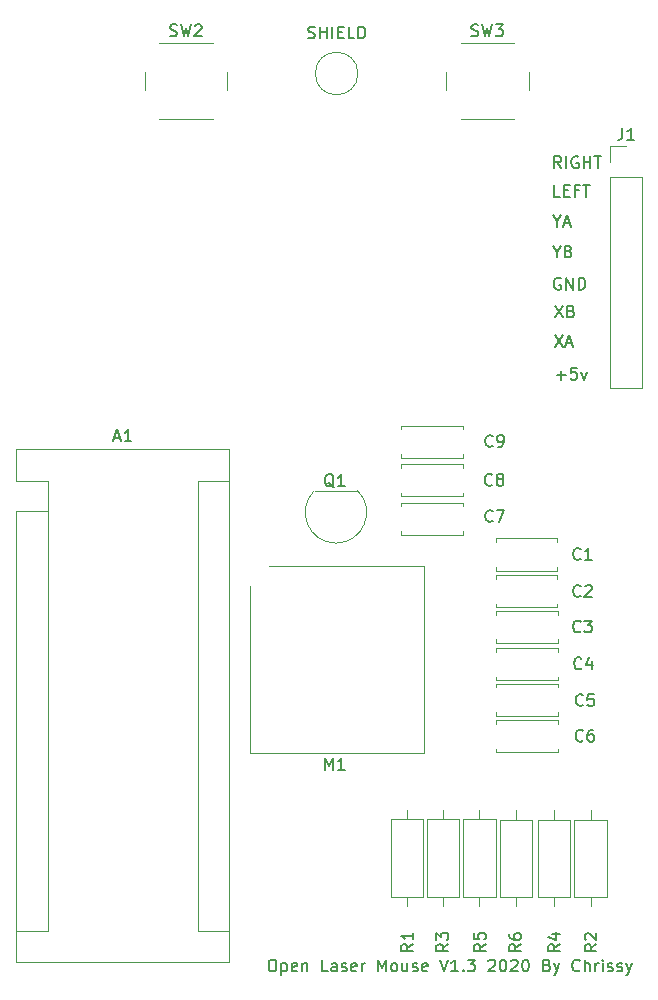
<source format=gbr>
G04 #@! TF.GenerationSoftware,KiCad,Pcbnew,(5.1.0-0)*
G04 #@! TF.CreationDate,2020-10-15T12:15:35+01:00*
G04 #@! TF.ProjectId,OpenLaserMouseTHT,4f70656e-4c61-4736-9572-4d6f75736554,rev?*
G04 #@! TF.SameCoordinates,Original*
G04 #@! TF.FileFunction,Legend,Top*
G04 #@! TF.FilePolarity,Positive*
%FSLAX46Y46*%
G04 Gerber Fmt 4.6, Leading zero omitted, Abs format (unit mm)*
G04 Created by KiCad (PCBNEW (5.1.0-0)) date 2020-10-15 12:15:35*
%MOMM*%
%LPD*%
G04 APERTURE LIST*
%ADD10C,0.150000*%
%ADD11C,0.120000*%
G04 APERTURE END LIST*
D10*
X65603738Y-43584761D02*
X65746595Y-43632380D01*
X65984690Y-43632380D01*
X66079928Y-43584761D01*
X66127547Y-43537142D01*
X66175166Y-43441904D01*
X66175166Y-43346666D01*
X66127547Y-43251428D01*
X66079928Y-43203809D01*
X65984690Y-43156190D01*
X65794214Y-43108571D01*
X65698976Y-43060952D01*
X65651357Y-43013333D01*
X65603738Y-42918095D01*
X65603738Y-42822857D01*
X65651357Y-42727619D01*
X65698976Y-42680000D01*
X65794214Y-42632380D01*
X66032309Y-42632380D01*
X66175166Y-42680000D01*
X66603738Y-43632380D02*
X66603738Y-42632380D01*
X66603738Y-43108571D02*
X67175166Y-43108571D01*
X67175166Y-43632380D02*
X67175166Y-42632380D01*
X67651357Y-43632380D02*
X67651357Y-42632380D01*
X68127547Y-43108571D02*
X68460880Y-43108571D01*
X68603738Y-43632380D02*
X68127547Y-43632380D01*
X68127547Y-42632380D01*
X68603738Y-42632380D01*
X69508500Y-43632380D02*
X69032309Y-43632380D01*
X69032309Y-42632380D01*
X69841833Y-43632380D02*
X69841833Y-42632380D01*
X70079928Y-42632380D01*
X70222785Y-42680000D01*
X70318023Y-42775238D01*
X70365642Y-42870476D01*
X70413261Y-43060952D01*
X70413261Y-43203809D01*
X70365642Y-43394285D01*
X70318023Y-43489523D01*
X70222785Y-43584761D01*
X70079928Y-43632380D01*
X69841833Y-43632380D01*
X86632095Y-72143928D02*
X87394000Y-72143928D01*
X87013047Y-72524880D02*
X87013047Y-71762976D01*
X88346380Y-71524880D02*
X87870190Y-71524880D01*
X87822571Y-72001071D01*
X87870190Y-71953452D01*
X87965428Y-71905833D01*
X88203523Y-71905833D01*
X88298761Y-71953452D01*
X88346380Y-72001071D01*
X88394000Y-72096309D01*
X88394000Y-72334404D01*
X88346380Y-72429642D01*
X88298761Y-72477261D01*
X88203523Y-72524880D01*
X87965428Y-72524880D01*
X87870190Y-72477261D01*
X87822571Y-72429642D01*
X88727333Y-71858214D02*
X88965428Y-72524880D01*
X89203523Y-71858214D01*
X86473357Y-68730880D02*
X87140023Y-69730880D01*
X87140023Y-68730880D02*
X86473357Y-69730880D01*
X87473357Y-69445166D02*
X87949547Y-69445166D01*
X87378119Y-69730880D02*
X87711452Y-68730880D01*
X88044785Y-69730880D01*
X86473357Y-66254380D02*
X87140023Y-67254380D01*
X87140023Y-66254380D02*
X86473357Y-67254380D01*
X87854309Y-66730571D02*
X87997166Y-66778190D01*
X88044785Y-66825809D01*
X88092404Y-66921047D01*
X88092404Y-67063904D01*
X88044785Y-67159142D01*
X87997166Y-67206761D01*
X87901928Y-67254380D01*
X87520976Y-67254380D01*
X87520976Y-66254380D01*
X87854309Y-66254380D01*
X87949547Y-66302000D01*
X87997166Y-66349619D01*
X88044785Y-66444857D01*
X88044785Y-66540095D01*
X87997166Y-66635333D01*
X87949547Y-66682952D01*
X87854309Y-66730571D01*
X87520976Y-66730571D01*
X86965404Y-63952500D02*
X86870166Y-63904880D01*
X86727309Y-63904880D01*
X86584452Y-63952500D01*
X86489214Y-64047738D01*
X86441595Y-64142976D01*
X86393976Y-64333452D01*
X86393976Y-64476309D01*
X86441595Y-64666785D01*
X86489214Y-64762023D01*
X86584452Y-64857261D01*
X86727309Y-64904880D01*
X86822547Y-64904880D01*
X86965404Y-64857261D01*
X87013023Y-64809642D01*
X87013023Y-64476309D01*
X86822547Y-64476309D01*
X87441595Y-64904880D02*
X87441595Y-63904880D01*
X88013023Y-64904880D01*
X88013023Y-63904880D01*
X88489214Y-64904880D02*
X88489214Y-63904880D01*
X88727309Y-63904880D01*
X88870166Y-63952500D01*
X88965404Y-64047738D01*
X89013023Y-64142976D01*
X89060642Y-64333452D01*
X89060642Y-64476309D01*
X89013023Y-64666785D01*
X88965404Y-64762023D01*
X88870166Y-64857261D01*
X88727309Y-64904880D01*
X88489214Y-64904880D01*
X86632071Y-61698190D02*
X86632071Y-62174380D01*
X86298738Y-61174380D02*
X86632071Y-61698190D01*
X86965404Y-61174380D01*
X87632071Y-61650571D02*
X87774928Y-61698190D01*
X87822547Y-61745809D01*
X87870166Y-61841047D01*
X87870166Y-61983904D01*
X87822547Y-62079142D01*
X87774928Y-62126761D01*
X87679690Y-62174380D01*
X87298738Y-62174380D01*
X87298738Y-61174380D01*
X87632071Y-61174380D01*
X87727309Y-61222000D01*
X87774928Y-61269619D01*
X87822547Y-61364857D01*
X87822547Y-61460095D01*
X87774928Y-61555333D01*
X87727309Y-61602952D01*
X87632071Y-61650571D01*
X87298738Y-61650571D01*
X86632071Y-59094690D02*
X86632071Y-59570880D01*
X86298738Y-58570880D02*
X86632071Y-59094690D01*
X86965404Y-58570880D01*
X87251119Y-59285166D02*
X87727309Y-59285166D01*
X87155880Y-59570880D02*
X87489214Y-58570880D01*
X87822547Y-59570880D01*
X86917785Y-57030880D02*
X86441595Y-57030880D01*
X86441595Y-56030880D01*
X87251119Y-56507071D02*
X87584452Y-56507071D01*
X87727309Y-57030880D02*
X87251119Y-57030880D01*
X87251119Y-56030880D01*
X87727309Y-56030880D01*
X88489214Y-56507071D02*
X88155880Y-56507071D01*
X88155880Y-57030880D02*
X88155880Y-56030880D01*
X88632071Y-56030880D01*
X88870166Y-56030880D02*
X89441595Y-56030880D01*
X89155880Y-57030880D02*
X89155880Y-56030880D01*
X87013023Y-54617880D02*
X86679690Y-54141690D01*
X86441595Y-54617880D02*
X86441595Y-53617880D01*
X86822547Y-53617880D01*
X86917785Y-53665500D01*
X86965404Y-53713119D01*
X87013023Y-53808357D01*
X87013023Y-53951214D01*
X86965404Y-54046452D01*
X86917785Y-54094071D01*
X86822547Y-54141690D01*
X86441595Y-54141690D01*
X87441595Y-54617880D02*
X87441595Y-53617880D01*
X88441595Y-53665500D02*
X88346357Y-53617880D01*
X88203500Y-53617880D01*
X88060642Y-53665500D01*
X87965404Y-53760738D01*
X87917785Y-53855976D01*
X87870166Y-54046452D01*
X87870166Y-54189309D01*
X87917785Y-54379785D01*
X87965404Y-54475023D01*
X88060642Y-54570261D01*
X88203500Y-54617880D01*
X88298738Y-54617880D01*
X88441595Y-54570261D01*
X88489214Y-54522642D01*
X88489214Y-54189309D01*
X88298738Y-54189309D01*
X88917785Y-54617880D02*
X88917785Y-53617880D01*
X88917785Y-54094071D02*
X89489214Y-54094071D01*
X89489214Y-54617880D02*
X89489214Y-53617880D01*
X89822547Y-53617880D02*
X90393976Y-53617880D01*
X90108261Y-54617880D02*
X90108261Y-53617880D01*
X62477952Y-121626380D02*
X62668428Y-121626380D01*
X62763666Y-121674000D01*
X62858904Y-121769238D01*
X62906523Y-121959714D01*
X62906523Y-122293047D01*
X62858904Y-122483523D01*
X62763666Y-122578761D01*
X62668428Y-122626380D01*
X62477952Y-122626380D01*
X62382714Y-122578761D01*
X62287476Y-122483523D01*
X62239857Y-122293047D01*
X62239857Y-121959714D01*
X62287476Y-121769238D01*
X62382714Y-121674000D01*
X62477952Y-121626380D01*
X63335095Y-121959714D02*
X63335095Y-122959714D01*
X63335095Y-122007333D02*
X63430333Y-121959714D01*
X63620809Y-121959714D01*
X63716047Y-122007333D01*
X63763666Y-122054952D01*
X63811285Y-122150190D01*
X63811285Y-122435904D01*
X63763666Y-122531142D01*
X63716047Y-122578761D01*
X63620809Y-122626380D01*
X63430333Y-122626380D01*
X63335095Y-122578761D01*
X64620809Y-122578761D02*
X64525571Y-122626380D01*
X64335095Y-122626380D01*
X64239857Y-122578761D01*
X64192238Y-122483523D01*
X64192238Y-122102571D01*
X64239857Y-122007333D01*
X64335095Y-121959714D01*
X64525571Y-121959714D01*
X64620809Y-122007333D01*
X64668428Y-122102571D01*
X64668428Y-122197809D01*
X64192238Y-122293047D01*
X65096999Y-121959714D02*
X65096999Y-122626380D01*
X65096999Y-122054952D02*
X65144619Y-122007333D01*
X65239857Y-121959714D01*
X65382714Y-121959714D01*
X65477952Y-122007333D01*
X65525571Y-122102571D01*
X65525571Y-122626380D01*
X67239857Y-122626380D02*
X66763666Y-122626380D01*
X66763666Y-121626380D01*
X68001761Y-122626380D02*
X68001761Y-122102571D01*
X67954142Y-122007333D01*
X67858904Y-121959714D01*
X67668428Y-121959714D01*
X67573190Y-122007333D01*
X68001761Y-122578761D02*
X67906523Y-122626380D01*
X67668428Y-122626380D01*
X67573190Y-122578761D01*
X67525571Y-122483523D01*
X67525571Y-122388285D01*
X67573190Y-122293047D01*
X67668428Y-122245428D01*
X67906523Y-122245428D01*
X68001761Y-122197809D01*
X68430333Y-122578761D02*
X68525571Y-122626380D01*
X68716047Y-122626380D01*
X68811285Y-122578761D01*
X68858904Y-122483523D01*
X68858904Y-122435904D01*
X68811285Y-122340666D01*
X68716047Y-122293047D01*
X68573190Y-122293047D01*
X68477952Y-122245428D01*
X68430333Y-122150190D01*
X68430333Y-122102571D01*
X68477952Y-122007333D01*
X68573190Y-121959714D01*
X68716047Y-121959714D01*
X68811285Y-122007333D01*
X69668428Y-122578761D02*
X69573190Y-122626380D01*
X69382714Y-122626380D01*
X69287476Y-122578761D01*
X69239857Y-122483523D01*
X69239857Y-122102571D01*
X69287476Y-122007333D01*
X69382714Y-121959714D01*
X69573190Y-121959714D01*
X69668428Y-122007333D01*
X69716047Y-122102571D01*
X69716047Y-122197809D01*
X69239857Y-122293047D01*
X70144619Y-122626380D02*
X70144619Y-121959714D01*
X70144619Y-122150190D02*
X70192238Y-122054952D01*
X70239857Y-122007333D01*
X70335095Y-121959714D01*
X70430333Y-121959714D01*
X71525571Y-122626380D02*
X71525571Y-121626380D01*
X71858904Y-122340666D01*
X72192238Y-121626380D01*
X72192238Y-122626380D01*
X72811285Y-122626380D02*
X72716047Y-122578761D01*
X72668428Y-122531142D01*
X72620809Y-122435904D01*
X72620809Y-122150190D01*
X72668428Y-122054952D01*
X72716047Y-122007333D01*
X72811285Y-121959714D01*
X72954142Y-121959714D01*
X73049380Y-122007333D01*
X73097000Y-122054952D01*
X73144619Y-122150190D01*
X73144619Y-122435904D01*
X73097000Y-122531142D01*
X73049380Y-122578761D01*
X72954142Y-122626380D01*
X72811285Y-122626380D01*
X74001761Y-121959714D02*
X74001761Y-122626380D01*
X73573190Y-121959714D02*
X73573190Y-122483523D01*
X73620809Y-122578761D01*
X73716047Y-122626380D01*
X73858904Y-122626380D01*
X73954142Y-122578761D01*
X74001761Y-122531142D01*
X74430333Y-122578761D02*
X74525571Y-122626380D01*
X74716047Y-122626380D01*
X74811285Y-122578761D01*
X74858904Y-122483523D01*
X74858904Y-122435904D01*
X74811285Y-122340666D01*
X74716047Y-122293047D01*
X74573190Y-122293047D01*
X74477952Y-122245428D01*
X74430333Y-122150190D01*
X74430333Y-122102571D01*
X74477952Y-122007333D01*
X74573190Y-121959714D01*
X74716047Y-121959714D01*
X74811285Y-122007333D01*
X75668428Y-122578761D02*
X75573190Y-122626380D01*
X75382714Y-122626380D01*
X75287476Y-122578761D01*
X75239857Y-122483523D01*
X75239857Y-122102571D01*
X75287476Y-122007333D01*
X75382714Y-121959714D01*
X75573190Y-121959714D01*
X75668428Y-122007333D01*
X75716047Y-122102571D01*
X75716047Y-122197809D01*
X75239857Y-122293047D01*
X76763666Y-121626380D02*
X77097000Y-122626380D01*
X77430333Y-121626380D01*
X78287476Y-122626380D02*
X77716047Y-122626380D01*
X78001761Y-122626380D02*
X78001761Y-121626380D01*
X77906523Y-121769238D01*
X77811285Y-121864476D01*
X77716047Y-121912095D01*
X78716047Y-122531142D02*
X78763666Y-122578761D01*
X78716047Y-122626380D01*
X78668428Y-122578761D01*
X78716047Y-122531142D01*
X78716047Y-122626380D01*
X79097000Y-121626380D02*
X79716047Y-121626380D01*
X79382714Y-122007333D01*
X79525571Y-122007333D01*
X79620809Y-122054952D01*
X79668428Y-122102571D01*
X79716047Y-122197809D01*
X79716047Y-122435904D01*
X79668428Y-122531142D01*
X79620809Y-122578761D01*
X79525571Y-122626380D01*
X79239857Y-122626380D01*
X79144619Y-122578761D01*
X79097000Y-122531142D01*
X80858904Y-121721619D02*
X80906523Y-121674000D01*
X81001761Y-121626380D01*
X81239857Y-121626380D01*
X81335095Y-121674000D01*
X81382714Y-121721619D01*
X81430333Y-121816857D01*
X81430333Y-121912095D01*
X81382714Y-122054952D01*
X80811285Y-122626380D01*
X81430333Y-122626380D01*
X82049380Y-121626380D02*
X82144619Y-121626380D01*
X82239857Y-121674000D01*
X82287476Y-121721619D01*
X82335095Y-121816857D01*
X82382714Y-122007333D01*
X82382714Y-122245428D01*
X82335095Y-122435904D01*
X82287476Y-122531142D01*
X82239857Y-122578761D01*
X82144619Y-122626380D01*
X82049380Y-122626380D01*
X81954142Y-122578761D01*
X81906523Y-122531142D01*
X81858904Y-122435904D01*
X81811285Y-122245428D01*
X81811285Y-122007333D01*
X81858904Y-121816857D01*
X81906523Y-121721619D01*
X81954142Y-121674000D01*
X82049380Y-121626380D01*
X82763666Y-121721619D02*
X82811285Y-121674000D01*
X82906523Y-121626380D01*
X83144619Y-121626380D01*
X83239857Y-121674000D01*
X83287476Y-121721619D01*
X83335095Y-121816857D01*
X83335095Y-121912095D01*
X83287476Y-122054952D01*
X82716047Y-122626380D01*
X83335095Y-122626380D01*
X83954142Y-121626380D02*
X84049380Y-121626380D01*
X84144619Y-121674000D01*
X84192238Y-121721619D01*
X84239857Y-121816857D01*
X84287476Y-122007333D01*
X84287476Y-122245428D01*
X84239857Y-122435904D01*
X84192238Y-122531142D01*
X84144619Y-122578761D01*
X84049380Y-122626380D01*
X83954142Y-122626380D01*
X83858904Y-122578761D01*
X83811285Y-122531142D01*
X83763666Y-122435904D01*
X83716047Y-122245428D01*
X83716047Y-122007333D01*
X83763666Y-121816857D01*
X83811285Y-121721619D01*
X83858904Y-121674000D01*
X83954142Y-121626380D01*
X85811285Y-122102571D02*
X85954142Y-122150190D01*
X86001761Y-122197809D01*
X86049380Y-122293047D01*
X86049380Y-122435904D01*
X86001761Y-122531142D01*
X85954142Y-122578761D01*
X85858904Y-122626380D01*
X85477952Y-122626380D01*
X85477952Y-121626380D01*
X85811285Y-121626380D01*
X85906523Y-121674000D01*
X85954142Y-121721619D01*
X86001761Y-121816857D01*
X86001761Y-121912095D01*
X85954142Y-122007333D01*
X85906523Y-122054952D01*
X85811285Y-122102571D01*
X85477952Y-122102571D01*
X86382714Y-121959714D02*
X86620809Y-122626380D01*
X86858904Y-121959714D02*
X86620809Y-122626380D01*
X86525571Y-122864476D01*
X86477952Y-122912095D01*
X86382714Y-122959714D01*
X88573190Y-122531142D02*
X88525571Y-122578761D01*
X88382714Y-122626380D01*
X88287476Y-122626380D01*
X88144619Y-122578761D01*
X88049380Y-122483523D01*
X88001761Y-122388285D01*
X87954142Y-122197809D01*
X87954142Y-122054952D01*
X88001761Y-121864476D01*
X88049380Y-121769238D01*
X88144619Y-121674000D01*
X88287476Y-121626380D01*
X88382714Y-121626380D01*
X88525571Y-121674000D01*
X88573190Y-121721619D01*
X89001761Y-122626380D02*
X89001761Y-121626380D01*
X89430333Y-122626380D02*
X89430333Y-122102571D01*
X89382714Y-122007333D01*
X89287476Y-121959714D01*
X89144619Y-121959714D01*
X89049380Y-122007333D01*
X89001761Y-122054952D01*
X89906523Y-122626380D02*
X89906523Y-121959714D01*
X89906523Y-122150190D02*
X89954142Y-122054952D01*
X90001761Y-122007333D01*
X90096999Y-121959714D01*
X90192238Y-121959714D01*
X90525571Y-122626380D02*
X90525571Y-121959714D01*
X90525571Y-121626380D02*
X90477952Y-121674000D01*
X90525571Y-121721619D01*
X90573190Y-121674000D01*
X90525571Y-121626380D01*
X90525571Y-121721619D01*
X90954142Y-122578761D02*
X91049380Y-122626380D01*
X91239857Y-122626380D01*
X91335095Y-122578761D01*
X91382714Y-122483523D01*
X91382714Y-122435904D01*
X91335095Y-122340666D01*
X91239857Y-122293047D01*
X91096999Y-122293047D01*
X91001761Y-122245428D01*
X90954142Y-122150190D01*
X90954142Y-122102571D01*
X91001761Y-122007333D01*
X91096999Y-121959714D01*
X91239857Y-121959714D01*
X91335095Y-122007333D01*
X91763666Y-122578761D02*
X91858904Y-122626380D01*
X92049380Y-122626380D01*
X92144619Y-122578761D01*
X92192238Y-122483523D01*
X92192238Y-122435904D01*
X92144619Y-122340666D01*
X92049380Y-122293047D01*
X91906523Y-122293047D01*
X91811285Y-122245428D01*
X91763666Y-122150190D01*
X91763666Y-122102571D01*
X91811285Y-122007333D01*
X91906523Y-121959714D01*
X92049380Y-121959714D01*
X92144619Y-122007333D01*
X92525571Y-121959714D02*
X92763666Y-122626380D01*
X93001761Y-121959714D02*
X92763666Y-122626380D01*
X92668428Y-122864476D01*
X92620809Y-122912095D01*
X92525571Y-122959714D01*
D11*
X58931000Y-78419500D02*
X40891000Y-78419500D01*
X58931000Y-121859500D02*
X58931000Y-78419500D01*
X40891000Y-121859500D02*
X58931000Y-121859500D01*
X43561000Y-119189500D02*
X40891000Y-119189500D01*
X43561000Y-83629500D02*
X43561000Y-119189500D01*
X43561000Y-83629500D02*
X40891000Y-83629500D01*
X56261000Y-119189500D02*
X58931000Y-119189500D01*
X56261000Y-81089500D02*
X56261000Y-119189500D01*
X56261000Y-81089500D02*
X58931000Y-81089500D01*
X40891000Y-78419500D02*
X40891000Y-81089500D01*
X40891000Y-83629500D02*
X40891000Y-121859500D01*
X43561000Y-81089500D02*
X40891000Y-81089500D01*
X43561000Y-83629500D02*
X43561000Y-81089500D01*
X66106522Y-81930722D02*
G75*
G03X67945000Y-86369200I1838478J-1838478D01*
G01*
X69783478Y-81930722D02*
G75*
G02X67945000Y-86369200I-1838478J-1838478D01*
G01*
X69745000Y-81919200D02*
X66145000Y-81919200D01*
X83210400Y-109002700D02*
X83210400Y-109772700D01*
X83210400Y-117082700D02*
X83210400Y-116312700D01*
X81840400Y-109772700D02*
X81840400Y-116312700D01*
X84580400Y-109772700D02*
X81840400Y-109772700D01*
X84580400Y-116312700D02*
X84580400Y-109772700D01*
X81840400Y-116312700D02*
X84580400Y-116312700D01*
X80086200Y-117070000D02*
X80086200Y-116300000D01*
X80086200Y-108990000D02*
X80086200Y-109760000D01*
X81456200Y-116300000D02*
X81456200Y-109760000D01*
X78716200Y-116300000D02*
X81456200Y-116300000D01*
X78716200Y-109760000D02*
X78716200Y-116300000D01*
X81456200Y-109760000D02*
X78716200Y-109760000D01*
X86410800Y-109002700D02*
X86410800Y-109772700D01*
X86410800Y-117082700D02*
X86410800Y-116312700D01*
X85040800Y-109772700D02*
X85040800Y-116312700D01*
X87780800Y-109772700D02*
X85040800Y-109772700D01*
X87780800Y-116312700D02*
X87780800Y-109772700D01*
X85040800Y-116312700D02*
X87780800Y-116312700D01*
X77012800Y-117070000D02*
X77012800Y-116300000D01*
X77012800Y-108990000D02*
X77012800Y-109760000D01*
X78382800Y-116300000D02*
X78382800Y-109760000D01*
X75642800Y-116300000D02*
X78382800Y-116300000D01*
X75642800Y-109760000D02*
X75642800Y-116300000D01*
X78382800Y-109760000D02*
X75642800Y-109760000D01*
X89509600Y-109002700D02*
X89509600Y-109772700D01*
X89509600Y-117082700D02*
X89509600Y-116312700D01*
X88139600Y-109772700D02*
X88139600Y-116312700D01*
X90879600Y-109772700D02*
X88139600Y-109772700D01*
X90879600Y-116312700D02*
X90879600Y-109772700D01*
X88139600Y-116312700D02*
X90879600Y-116312700D01*
X73939400Y-117070000D02*
X73939400Y-116300000D01*
X73939400Y-108990000D02*
X73939400Y-109760000D01*
X75309400Y-116300000D02*
X75309400Y-109760000D01*
X72569400Y-116300000D02*
X75309400Y-116300000D01*
X72569400Y-109760000D02*
X72569400Y-116300000D01*
X75309400Y-109760000D02*
X72569400Y-109760000D01*
X73493000Y-76745200D02*
X73493000Y-76430200D01*
X73493000Y-79170200D02*
X73493000Y-78855200D01*
X78733000Y-76745200D02*
X78733000Y-76430200D01*
X78733000Y-79170200D02*
X78733000Y-78855200D01*
X78733000Y-76430200D02*
X73493000Y-76430200D01*
X78733000Y-79170200D02*
X73493000Y-79170200D01*
X73493000Y-79996400D02*
X73493000Y-79681400D01*
X73493000Y-82421400D02*
X73493000Y-82106400D01*
X78733000Y-79996400D02*
X78733000Y-79681400D01*
X78733000Y-82421400D02*
X78733000Y-82106400D01*
X78733000Y-79681400D02*
X73493000Y-79681400D01*
X78733000Y-82421400D02*
X73493000Y-82421400D01*
X78729200Y-85357600D02*
X78729200Y-85672600D01*
X78729200Y-82932600D02*
X78729200Y-83247600D01*
X73489200Y-85357600D02*
X73489200Y-85672600D01*
X73489200Y-82932600D02*
X73489200Y-83247600D01*
X73489200Y-85672600D02*
X78729200Y-85672600D01*
X73489200Y-82932600D02*
X78729200Y-82932600D01*
X86730200Y-103772600D02*
X86730200Y-104087600D01*
X86730200Y-101347600D02*
X86730200Y-101662600D01*
X81490200Y-103772600D02*
X81490200Y-104087600D01*
X81490200Y-101347600D02*
X81490200Y-101662600D01*
X81490200Y-104087600D02*
X86730200Y-104087600D01*
X81490200Y-101347600D02*
X86730200Y-101347600D01*
X86730200Y-100699200D02*
X86730200Y-101014200D01*
X86730200Y-98274200D02*
X86730200Y-98589200D01*
X81490200Y-100699200D02*
X81490200Y-101014200D01*
X81490200Y-98274200D02*
X81490200Y-98589200D01*
X81490200Y-101014200D02*
X86730200Y-101014200D01*
X81490200Y-98274200D02*
X86730200Y-98274200D01*
X81494000Y-95566600D02*
X81494000Y-95251600D01*
X81494000Y-97991600D02*
X81494000Y-97676600D01*
X86734000Y-95566600D02*
X86734000Y-95251600D01*
X86734000Y-97991600D02*
X86734000Y-97676600D01*
X86734000Y-95251600D02*
X81494000Y-95251600D01*
X86734000Y-97991600D02*
X81494000Y-97991600D01*
X81494000Y-92417000D02*
X81494000Y-92102000D01*
X81494000Y-94842000D02*
X81494000Y-94527000D01*
X86734000Y-92417000D02*
X86734000Y-92102000D01*
X86734000Y-94842000D02*
X86734000Y-94527000D01*
X86734000Y-92102000D02*
X81494000Y-92102000D01*
X86734000Y-94842000D02*
X81494000Y-94842000D01*
X86704800Y-91504400D02*
X86704800Y-91819400D01*
X86704800Y-89079400D02*
X86704800Y-89394400D01*
X81464800Y-91504400D02*
X81464800Y-91819400D01*
X81464800Y-89079400D02*
X81464800Y-89394400D01*
X81464800Y-91819400D02*
X86704800Y-91819400D01*
X81464800Y-89079400D02*
X86704800Y-89079400D01*
X86704800Y-88380200D02*
X86704800Y-88695200D01*
X86704800Y-85955200D02*
X86704800Y-86270200D01*
X81464800Y-88380200D02*
X81464800Y-88695200D01*
X81464800Y-85955200D02*
X81464800Y-86270200D01*
X81464800Y-88695200D02*
X86704800Y-88695200D01*
X81464800Y-85955200D02*
X86704800Y-85955200D01*
X69800694Y-46609000D02*
G75*
G03X69800694Y-46609000I-1800694J0D01*
G01*
X84250000Y-48000000D02*
X84250000Y-46500000D01*
X83000000Y-44000000D02*
X78500000Y-44000000D01*
X77250000Y-46500000D02*
X77250000Y-48000000D01*
X78500000Y-50500000D02*
X83000000Y-50500000D01*
X58750000Y-48000000D02*
X58750000Y-46500000D01*
X57500000Y-44000000D02*
X53000000Y-44000000D01*
X51750000Y-46500000D02*
X51750000Y-48000000D01*
X53000000Y-50500000D02*
X57500000Y-50500000D01*
X91189500Y-52772000D02*
X92519500Y-52772000D01*
X91189500Y-54102000D02*
X91189500Y-52772000D01*
X91189500Y-55372000D02*
X93849500Y-55372000D01*
X93849500Y-55372000D02*
X93849500Y-73212000D01*
X91189500Y-55372000D02*
X91189500Y-73212000D01*
X91189500Y-73212000D02*
X93849500Y-73212000D01*
X62272000Y-88300000D02*
X75372000Y-88300000D01*
X75372000Y-88300000D02*
X75372000Y-104150000D01*
X75372000Y-104150000D02*
X60672000Y-104150000D01*
X60672000Y-104150000D02*
X60672000Y-90000000D01*
D10*
X49196714Y-77446166D02*
X49672904Y-77446166D01*
X49101476Y-77731880D02*
X49434809Y-76731880D01*
X49768142Y-77731880D01*
X50625285Y-77731880D02*
X50053857Y-77731880D01*
X50339571Y-77731880D02*
X50339571Y-76731880D01*
X50244333Y-76874738D01*
X50149095Y-76969976D01*
X50053857Y-77017595D01*
X67773561Y-81649819D02*
X67678323Y-81602200D01*
X67583085Y-81506961D01*
X67440228Y-81364104D01*
X67344990Y-81316485D01*
X67249752Y-81316485D01*
X67297371Y-81554580D02*
X67202133Y-81506961D01*
X67106895Y-81411723D01*
X67059276Y-81221247D01*
X67059276Y-80887914D01*
X67106895Y-80697438D01*
X67202133Y-80602200D01*
X67297371Y-80554580D01*
X67487847Y-80554580D01*
X67583085Y-80602200D01*
X67678323Y-80697438D01*
X67725942Y-80887914D01*
X67725942Y-81221247D01*
X67678323Y-81411723D01*
X67583085Y-81506961D01*
X67487847Y-81554580D01*
X67297371Y-81554580D01*
X68678323Y-81554580D02*
X68106895Y-81554580D01*
X68392609Y-81554580D02*
X68392609Y-80554580D01*
X68297371Y-80697438D01*
X68202133Y-80792676D01*
X68106895Y-80840295D01*
X83611980Y-120334066D02*
X83135790Y-120667400D01*
X83611980Y-120905495D02*
X82611980Y-120905495D01*
X82611980Y-120524542D01*
X82659600Y-120429304D01*
X82707219Y-120381685D01*
X82802457Y-120334066D01*
X82945314Y-120334066D01*
X83040552Y-120381685D01*
X83088171Y-120429304D01*
X83135790Y-120524542D01*
X83135790Y-120905495D01*
X82611980Y-119476923D02*
X82611980Y-119667400D01*
X82659600Y-119762638D01*
X82707219Y-119810257D01*
X82850076Y-119905495D01*
X83040552Y-119953114D01*
X83421504Y-119953114D01*
X83516742Y-119905495D01*
X83564361Y-119857876D01*
X83611980Y-119762638D01*
X83611980Y-119572161D01*
X83564361Y-119476923D01*
X83516742Y-119429304D01*
X83421504Y-119381685D01*
X83183409Y-119381685D01*
X83088171Y-119429304D01*
X83040552Y-119476923D01*
X82992933Y-119572161D01*
X82992933Y-119762638D01*
X83040552Y-119857876D01*
X83088171Y-119905495D01*
X83183409Y-119953114D01*
X80614780Y-120308666D02*
X80138590Y-120642000D01*
X80614780Y-120880095D02*
X79614780Y-120880095D01*
X79614780Y-120499142D01*
X79662400Y-120403904D01*
X79710019Y-120356285D01*
X79805257Y-120308666D01*
X79948114Y-120308666D01*
X80043352Y-120356285D01*
X80090971Y-120403904D01*
X80138590Y-120499142D01*
X80138590Y-120880095D01*
X79614780Y-119403904D02*
X79614780Y-119880095D01*
X80090971Y-119927714D01*
X80043352Y-119880095D01*
X79995733Y-119784857D01*
X79995733Y-119546761D01*
X80043352Y-119451523D01*
X80090971Y-119403904D01*
X80186209Y-119356285D01*
X80424304Y-119356285D01*
X80519542Y-119403904D01*
X80567161Y-119451523D01*
X80614780Y-119546761D01*
X80614780Y-119784857D01*
X80567161Y-119880095D01*
X80519542Y-119927714D01*
X86926180Y-120334066D02*
X86449990Y-120667400D01*
X86926180Y-120905495D02*
X85926180Y-120905495D01*
X85926180Y-120524542D01*
X85973800Y-120429304D01*
X86021419Y-120381685D01*
X86116657Y-120334066D01*
X86259514Y-120334066D01*
X86354752Y-120381685D01*
X86402371Y-120429304D01*
X86449990Y-120524542D01*
X86449990Y-120905495D01*
X86259514Y-119476923D02*
X86926180Y-119476923D01*
X85878561Y-119715019D02*
X86592847Y-119953114D01*
X86592847Y-119334066D01*
X77452980Y-120308666D02*
X76976790Y-120642000D01*
X77452980Y-120880095D02*
X76452980Y-120880095D01*
X76452980Y-120499142D01*
X76500600Y-120403904D01*
X76548219Y-120356285D01*
X76643457Y-120308666D01*
X76786314Y-120308666D01*
X76881552Y-120356285D01*
X76929171Y-120403904D01*
X76976790Y-120499142D01*
X76976790Y-120880095D01*
X76452980Y-119975333D02*
X76452980Y-119356285D01*
X76833933Y-119689619D01*
X76833933Y-119546761D01*
X76881552Y-119451523D01*
X76929171Y-119403904D01*
X77024409Y-119356285D01*
X77262504Y-119356285D01*
X77357742Y-119403904D01*
X77405361Y-119451523D01*
X77452980Y-119546761D01*
X77452980Y-119832476D01*
X77405361Y-119927714D01*
X77357742Y-119975333D01*
X89999580Y-120334066D02*
X89523390Y-120667400D01*
X89999580Y-120905495D02*
X88999580Y-120905495D01*
X88999580Y-120524542D01*
X89047200Y-120429304D01*
X89094819Y-120381685D01*
X89190057Y-120334066D01*
X89332914Y-120334066D01*
X89428152Y-120381685D01*
X89475771Y-120429304D01*
X89523390Y-120524542D01*
X89523390Y-120905495D01*
X89094819Y-119953114D02*
X89047200Y-119905495D01*
X88999580Y-119810257D01*
X88999580Y-119572161D01*
X89047200Y-119476923D01*
X89094819Y-119429304D01*
X89190057Y-119381685D01*
X89285295Y-119381685D01*
X89428152Y-119429304D01*
X89999580Y-120000733D01*
X89999580Y-119381685D01*
X74481180Y-120308666D02*
X74004990Y-120642000D01*
X74481180Y-120880095D02*
X73481180Y-120880095D01*
X73481180Y-120499142D01*
X73528800Y-120403904D01*
X73576419Y-120356285D01*
X73671657Y-120308666D01*
X73814514Y-120308666D01*
X73909752Y-120356285D01*
X73957371Y-120403904D01*
X74004990Y-120499142D01*
X74004990Y-120880095D01*
X74481180Y-119356285D02*
X74481180Y-119927714D01*
X74481180Y-119642000D02*
X73481180Y-119642000D01*
X73624038Y-119737238D01*
X73719276Y-119832476D01*
X73766895Y-119927714D01*
X81214933Y-78131942D02*
X81167314Y-78179561D01*
X81024457Y-78227180D01*
X80929219Y-78227180D01*
X80786361Y-78179561D01*
X80691123Y-78084323D01*
X80643504Y-77989085D01*
X80595885Y-77798609D01*
X80595885Y-77655752D01*
X80643504Y-77465276D01*
X80691123Y-77370038D01*
X80786361Y-77274800D01*
X80929219Y-77227180D01*
X81024457Y-77227180D01*
X81167314Y-77274800D01*
X81214933Y-77322419D01*
X81691123Y-78227180D02*
X81881600Y-78227180D01*
X81976838Y-78179561D01*
X82024457Y-78131942D01*
X82119695Y-77989085D01*
X82167314Y-77798609D01*
X82167314Y-77417657D01*
X82119695Y-77322419D01*
X82072076Y-77274800D01*
X81976838Y-77227180D01*
X81786361Y-77227180D01*
X81691123Y-77274800D01*
X81643504Y-77322419D01*
X81595885Y-77417657D01*
X81595885Y-77655752D01*
X81643504Y-77750990D01*
X81691123Y-77798609D01*
X81786361Y-77846228D01*
X81976838Y-77846228D01*
X82072076Y-77798609D01*
X82119695Y-77750990D01*
X82167314Y-77655752D01*
X81164133Y-81408542D02*
X81116514Y-81456161D01*
X80973657Y-81503780D01*
X80878419Y-81503780D01*
X80735561Y-81456161D01*
X80640323Y-81360923D01*
X80592704Y-81265685D01*
X80545085Y-81075209D01*
X80545085Y-80932352D01*
X80592704Y-80741876D01*
X80640323Y-80646638D01*
X80735561Y-80551400D01*
X80878419Y-80503780D01*
X80973657Y-80503780D01*
X81116514Y-80551400D01*
X81164133Y-80599019D01*
X81735561Y-80932352D02*
X81640323Y-80884733D01*
X81592704Y-80837114D01*
X81545085Y-80741876D01*
X81545085Y-80694257D01*
X81592704Y-80599019D01*
X81640323Y-80551400D01*
X81735561Y-80503780D01*
X81926038Y-80503780D01*
X82021276Y-80551400D01*
X82068895Y-80599019D01*
X82116514Y-80694257D01*
X82116514Y-80741876D01*
X82068895Y-80837114D01*
X82021276Y-80884733D01*
X81926038Y-80932352D01*
X81735561Y-80932352D01*
X81640323Y-80979971D01*
X81592704Y-81027590D01*
X81545085Y-81122828D01*
X81545085Y-81313304D01*
X81592704Y-81408542D01*
X81640323Y-81456161D01*
X81735561Y-81503780D01*
X81926038Y-81503780D01*
X82021276Y-81456161D01*
X82068895Y-81408542D01*
X82116514Y-81313304D01*
X82116514Y-81122828D01*
X82068895Y-81027590D01*
X82021276Y-80979971D01*
X81926038Y-80932352D01*
X81214933Y-84481942D02*
X81167314Y-84529561D01*
X81024457Y-84577180D01*
X80929219Y-84577180D01*
X80786361Y-84529561D01*
X80691123Y-84434323D01*
X80643504Y-84339085D01*
X80595885Y-84148609D01*
X80595885Y-84005752D01*
X80643504Y-83815276D01*
X80691123Y-83720038D01*
X80786361Y-83624800D01*
X80929219Y-83577180D01*
X81024457Y-83577180D01*
X81167314Y-83624800D01*
X81214933Y-83672419D01*
X81548266Y-83577180D02*
X82214933Y-83577180D01*
X81786361Y-84577180D01*
X88860333Y-103074742D02*
X88812714Y-103122361D01*
X88669857Y-103169980D01*
X88574619Y-103169980D01*
X88431761Y-103122361D01*
X88336523Y-103027123D01*
X88288904Y-102931885D01*
X88241285Y-102741409D01*
X88241285Y-102598552D01*
X88288904Y-102408076D01*
X88336523Y-102312838D01*
X88431761Y-102217600D01*
X88574619Y-102169980D01*
X88669857Y-102169980D01*
X88812714Y-102217600D01*
X88860333Y-102265219D01*
X89717476Y-102169980D02*
X89527000Y-102169980D01*
X89431761Y-102217600D01*
X89384142Y-102265219D01*
X89288904Y-102408076D01*
X89241285Y-102598552D01*
X89241285Y-102979504D01*
X89288904Y-103074742D01*
X89336523Y-103122361D01*
X89431761Y-103169980D01*
X89622238Y-103169980D01*
X89717476Y-103122361D01*
X89765095Y-103074742D01*
X89812714Y-102979504D01*
X89812714Y-102741409D01*
X89765095Y-102646171D01*
X89717476Y-102598552D01*
X89622238Y-102550933D01*
X89431761Y-102550933D01*
X89336523Y-102598552D01*
X89288904Y-102646171D01*
X89241285Y-102741409D01*
X88860333Y-100052142D02*
X88812714Y-100099761D01*
X88669857Y-100147380D01*
X88574619Y-100147380D01*
X88431761Y-100099761D01*
X88336523Y-100004523D01*
X88288904Y-99909285D01*
X88241285Y-99718809D01*
X88241285Y-99575952D01*
X88288904Y-99385476D01*
X88336523Y-99290238D01*
X88431761Y-99195000D01*
X88574619Y-99147380D01*
X88669857Y-99147380D01*
X88812714Y-99195000D01*
X88860333Y-99242619D01*
X89765095Y-99147380D02*
X89288904Y-99147380D01*
X89241285Y-99623571D01*
X89288904Y-99575952D01*
X89384142Y-99528333D01*
X89622238Y-99528333D01*
X89717476Y-99575952D01*
X89765095Y-99623571D01*
X89812714Y-99718809D01*
X89812714Y-99956904D01*
X89765095Y-100052142D01*
X89717476Y-100099761D01*
X89622238Y-100147380D01*
X89384142Y-100147380D01*
X89288904Y-100099761D01*
X89241285Y-100052142D01*
X88733333Y-96953342D02*
X88685714Y-97000961D01*
X88542857Y-97048580D01*
X88447619Y-97048580D01*
X88304761Y-97000961D01*
X88209523Y-96905723D01*
X88161904Y-96810485D01*
X88114285Y-96620009D01*
X88114285Y-96477152D01*
X88161904Y-96286676D01*
X88209523Y-96191438D01*
X88304761Y-96096200D01*
X88447619Y-96048580D01*
X88542857Y-96048580D01*
X88685714Y-96096200D01*
X88733333Y-96143819D01*
X89590476Y-96381914D02*
X89590476Y-97048580D01*
X89352380Y-96000961D02*
X89114285Y-96715247D01*
X89733333Y-96715247D01*
X88657133Y-93829142D02*
X88609514Y-93876761D01*
X88466657Y-93924380D01*
X88371419Y-93924380D01*
X88228561Y-93876761D01*
X88133323Y-93781523D01*
X88085704Y-93686285D01*
X88038085Y-93495809D01*
X88038085Y-93352952D01*
X88085704Y-93162476D01*
X88133323Y-93067238D01*
X88228561Y-92972000D01*
X88371419Y-92924380D01*
X88466657Y-92924380D01*
X88609514Y-92972000D01*
X88657133Y-93019619D01*
X88990466Y-92924380D02*
X89609514Y-92924380D01*
X89276180Y-93305333D01*
X89419038Y-93305333D01*
X89514276Y-93352952D01*
X89561895Y-93400571D01*
X89609514Y-93495809D01*
X89609514Y-93733904D01*
X89561895Y-93829142D01*
X89514276Y-93876761D01*
X89419038Y-93924380D01*
X89133323Y-93924380D01*
X89038085Y-93876761D01*
X88990466Y-93829142D01*
X88657133Y-90831942D02*
X88609514Y-90879561D01*
X88466657Y-90927180D01*
X88371419Y-90927180D01*
X88228561Y-90879561D01*
X88133323Y-90784323D01*
X88085704Y-90689085D01*
X88038085Y-90498609D01*
X88038085Y-90355752D01*
X88085704Y-90165276D01*
X88133323Y-90070038D01*
X88228561Y-89974800D01*
X88371419Y-89927180D01*
X88466657Y-89927180D01*
X88609514Y-89974800D01*
X88657133Y-90022419D01*
X89038085Y-90022419D02*
X89085704Y-89974800D01*
X89180942Y-89927180D01*
X89419038Y-89927180D01*
X89514276Y-89974800D01*
X89561895Y-90022419D01*
X89609514Y-90117657D01*
X89609514Y-90212895D01*
X89561895Y-90355752D01*
X88990466Y-90927180D01*
X89609514Y-90927180D01*
X88657133Y-87682342D02*
X88609514Y-87729961D01*
X88466657Y-87777580D01*
X88371419Y-87777580D01*
X88228561Y-87729961D01*
X88133323Y-87634723D01*
X88085704Y-87539485D01*
X88038085Y-87349009D01*
X88038085Y-87206152D01*
X88085704Y-87015676D01*
X88133323Y-86920438D01*
X88228561Y-86825200D01*
X88371419Y-86777580D01*
X88466657Y-86777580D01*
X88609514Y-86825200D01*
X88657133Y-86872819D01*
X89609514Y-87777580D02*
X89038085Y-87777580D01*
X89323800Y-87777580D02*
X89323800Y-86777580D01*
X89228561Y-86920438D01*
X89133323Y-87015676D01*
X89038085Y-87063295D01*
X79416666Y-43404761D02*
X79559523Y-43452380D01*
X79797619Y-43452380D01*
X79892857Y-43404761D01*
X79940476Y-43357142D01*
X79988095Y-43261904D01*
X79988095Y-43166666D01*
X79940476Y-43071428D01*
X79892857Y-43023809D01*
X79797619Y-42976190D01*
X79607142Y-42928571D01*
X79511904Y-42880952D01*
X79464285Y-42833333D01*
X79416666Y-42738095D01*
X79416666Y-42642857D01*
X79464285Y-42547619D01*
X79511904Y-42500000D01*
X79607142Y-42452380D01*
X79845238Y-42452380D01*
X79988095Y-42500000D01*
X80321428Y-42452380D02*
X80559523Y-43452380D01*
X80750000Y-42738095D01*
X80940476Y-43452380D01*
X81178571Y-42452380D01*
X81464285Y-42452380D02*
X82083333Y-42452380D01*
X81750000Y-42833333D01*
X81892857Y-42833333D01*
X81988095Y-42880952D01*
X82035714Y-42928571D01*
X82083333Y-43023809D01*
X82083333Y-43261904D01*
X82035714Y-43357142D01*
X81988095Y-43404761D01*
X81892857Y-43452380D01*
X81607142Y-43452380D01*
X81511904Y-43404761D01*
X81464285Y-43357142D01*
X53916666Y-43404761D02*
X54059523Y-43452380D01*
X54297619Y-43452380D01*
X54392857Y-43404761D01*
X54440476Y-43357142D01*
X54488095Y-43261904D01*
X54488095Y-43166666D01*
X54440476Y-43071428D01*
X54392857Y-43023809D01*
X54297619Y-42976190D01*
X54107142Y-42928571D01*
X54011904Y-42880952D01*
X53964285Y-42833333D01*
X53916666Y-42738095D01*
X53916666Y-42642857D01*
X53964285Y-42547619D01*
X54011904Y-42500000D01*
X54107142Y-42452380D01*
X54345238Y-42452380D01*
X54488095Y-42500000D01*
X54821428Y-42452380D02*
X55059523Y-43452380D01*
X55250000Y-42738095D01*
X55440476Y-43452380D01*
X55678571Y-42452380D01*
X56011904Y-42547619D02*
X56059523Y-42500000D01*
X56154761Y-42452380D01*
X56392857Y-42452380D01*
X56488095Y-42500000D01*
X56535714Y-42547619D01*
X56583333Y-42642857D01*
X56583333Y-42738095D01*
X56535714Y-42880952D01*
X55964285Y-43452380D01*
X56583333Y-43452380D01*
X92186166Y-51224380D02*
X92186166Y-51938666D01*
X92138547Y-52081523D01*
X92043309Y-52176761D01*
X91900452Y-52224380D01*
X91805214Y-52224380D01*
X93186166Y-52224380D02*
X92614738Y-52224380D01*
X92900452Y-52224380D02*
X92900452Y-51224380D01*
X92805214Y-51367238D01*
X92709976Y-51462476D01*
X92614738Y-51510095D01*
X67008476Y-105557580D02*
X67008476Y-104557580D01*
X67341809Y-105271866D01*
X67675142Y-104557580D01*
X67675142Y-105557580D01*
X68675142Y-105557580D02*
X68103714Y-105557580D01*
X68389428Y-105557580D02*
X68389428Y-104557580D01*
X68294190Y-104700438D01*
X68198952Y-104795676D01*
X68103714Y-104843295D01*
M02*

</source>
